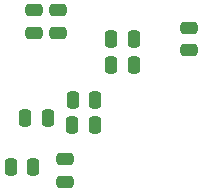
<source format=gbr>
%TF.GenerationSoftware,KiCad,Pcbnew,6.0.1*%
%TF.CreationDate,2022-02-11T08:39:59-06:00*%
%TF.ProjectId,SENSOR_SUITE,53454e53-4f52-45f5-9355-4954452e6b69,rev?*%
%TF.SameCoordinates,Original*%
%TF.FileFunction,Paste,Bot*%
%TF.FilePolarity,Positive*%
%FSLAX46Y46*%
G04 Gerber Fmt 4.6, Leading zero omitted, Abs format (unit mm)*
G04 Created by KiCad (PCBNEW 6.0.1) date 2022-02-11 08:39:59*
%MOMM*%
%LPD*%
G01*
G04 APERTURE LIST*
G04 Aperture macros list*
%AMRoundRect*
0 Rectangle with rounded corners*
0 $1 Rounding radius*
0 $2 $3 $4 $5 $6 $7 $8 $9 X,Y pos of 4 corners*
0 Add a 4 corners polygon primitive as box body*
4,1,4,$2,$3,$4,$5,$6,$7,$8,$9,$2,$3,0*
0 Add four circle primitives for the rounded corners*
1,1,$1+$1,$2,$3*
1,1,$1+$1,$4,$5*
1,1,$1+$1,$6,$7*
1,1,$1+$1,$8,$9*
0 Add four rect primitives between the rounded corners*
20,1,$1+$1,$2,$3,$4,$5,0*
20,1,$1+$1,$4,$5,$6,$7,0*
20,1,$1+$1,$6,$7,$8,$9,0*
20,1,$1+$1,$8,$9,$2,$3,0*%
G04 Aperture macros list end*
%ADD10RoundRect,0.250000X-0.250000X-0.475000X0.250000X-0.475000X0.250000X0.475000X-0.250000X0.475000X0*%
%ADD11RoundRect,0.250000X0.475000X-0.250000X0.475000X0.250000X-0.475000X0.250000X-0.475000X-0.250000X0*%
%ADD12RoundRect,0.250000X-0.475000X0.250000X-0.475000X-0.250000X0.475000X-0.250000X0.475000X0.250000X0*%
G04 APERTURE END LIST*
D10*
%TO.C,C101*%
X142600000Y-86400000D03*
X144500000Y-86400000D03*
%TD*%
%TO.C,C104*%
X146550000Y-86950000D03*
X148450000Y-86950000D03*
%TD*%
D11*
%TO.C,C106*%
X156450000Y-80650000D03*
X156450000Y-78750000D03*
%TD*%
D10*
%TO.C,C302*%
X149850000Y-81850000D03*
X151750000Y-81850000D03*
%TD*%
D11*
%TO.C,C108*%
X143300000Y-79150000D03*
X143300000Y-77250000D03*
%TD*%
D10*
%TO.C,C102*%
X141350000Y-90500000D03*
X143250000Y-90500000D03*
%TD*%
%TO.C,C103*%
X146600000Y-84850000D03*
X148500000Y-84850000D03*
%TD*%
D11*
%TO.C,C107*%
X145350000Y-79150000D03*
X145350000Y-77250000D03*
%TD*%
D10*
%TO.C,C301*%
X149850000Y-79650000D03*
X151750000Y-79650000D03*
%TD*%
D12*
%TO.C,C105*%
X145950000Y-89850000D03*
X145950000Y-91750000D03*
%TD*%
M02*

</source>
